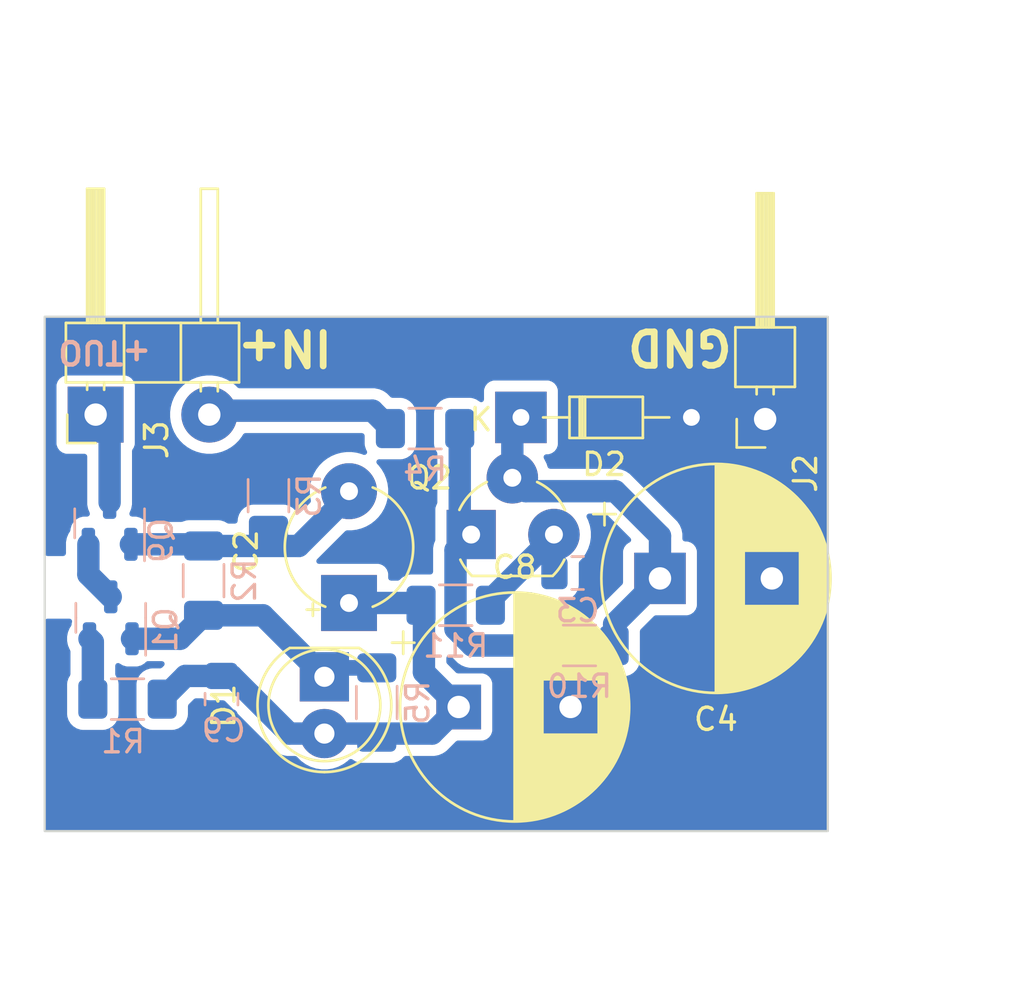
<source format=kicad_pcb>
(kicad_pcb (version 20241229) (generator "pcbnew") (generator_version "9.0")
  (layers (0 "F.Cu" signal) (2 "B.Cu" signal) (13 "F.Paste" user) (15 "B.Paste" user) (5 "F.SilkS" user "F.Silkscreen") (7 "B.SilkS" user "B.Silkscreen") (1 "F.Mask" user) (3 "B.Mask" user) (25 "Edge.Cuts" user))
  (net 0 "")
  (net 1 "Net-(D1-A)")
  (net 2 "Net-(Q9-B)")
  (net 3 "Net-(D2-K)")
  (net 4 "GND")
  (net 5 "Net-(D1-K)")
  (net 6 "Net-(Q1-E)")
  (net 7 "Net-(Q1-C)")
  (net 8 "Net-(Q2-E)")
  (net 9 "+38V")
  (net 10 "Net-(J3-Pin_1)")
  (net 11 "Net-(Q2-C)")
  (footprint "Diode_THT:D_DO-34_SOD68_P7.62mm_Horizontal" (layer "F.Cu") (at 185.285 94.5)
    (property "Reference" "D2" (at 3.715 2.1 0) (layer "F.SilkS"))
    (property "Value" "16V")
    (fp_text user "K" (at -1.785 0.1 0) (layer "F.SilkS"))
    (pad "1" thru_hole rect (at 0 0) (size 2.3 2.3) (drill 0.75) (layers "*.Cu" "*.Mask") (net 3 "Net-(D2-K)"))
    (pad "2" thru_hole oval (at 7.62 0) (size 2.3 2.3) (drill 0.75) (layers "*.Cu" "*.Mask") (net 4 "GND"))
  )
  (footprint "Connector_PinHeader_2.54mm:PinHeader_1x01_P2.54mm_Horizontal" (layer "F.Cu") (at 196.2 94.575 90)
    (property "Reference" "J2" (at -2.425 1.8 90) (layer "F.SilkS"))
    (property "Value" "Conn_01x01_Pin")
    (pad "1" thru_hole rect (at 0 0 90) (size 2.3 2.3) (drill 1) (layers "*.Cu" "*.Mask") (net 4 "GND"))
  )
  (footprint "Capacitor_THT:CP_Radial_D10.0mm_P5.00mm" (layer "F.Cu") (at 182.502323 107.45)
    (property "Reference" "C8" (at 2.5 -6.25 0) (layer "F.SilkS"))
    (property "Value" "470u/16V")
    (pad "1" thru_hole rect (at 0 0) (size 2 2) (drill 1) (layers "*.Cu" "*.Mask") (net 1 "Net-(D1-A)"))
    (pad "2" thru_hole circle (at 5 0) (size 2 2) (drill 1) (layers "*.Cu" "*.Mask") (net 4 "GND"))
  )
  (footprint "Capacitor_THT:CP_Radial_D10.0mm_P5.00mm" (layer "F.Cu") (at 191.5 101.7)
    (property "Reference" "C4" (at 2.5 6.3 0) (layer "F.SilkS"))
    (property "Value" "220u/16V")
    (pad "1" thru_hole rect (at 0 0) (size 2.3 2.3) (drill 1) (layers "*.Cu" "*.Mask") (net 3 "Net-(D2-K)"))
    (pad "2" thru_hole circle (at 5 0) (size 2.3 2.3) (drill 1) (layers "*.Cu" "*.Mask") (net 4 "GND"))
  )
  (footprint "Package_TO_SOT_THT:TO-92_Wide" (layer "F.Cu") (at 182.36 99.74)
    (property "Reference" "Q2" (at -1.16 -2.54 0) (layer "F.SilkS"))
    (property "Value" "BC238")
    (pad "1" thru_hole rect (at 0.7 0) (size 2.2 2.2) (drill 0.8) (layers "*.Cu" "*.Mask") (net 11 "Net-(Q2-C)"))
    (pad "2" thru_hole circle (at 2.54 -2.54) (size 2.3 2.3) (drill 0.8) (layers "*.Cu" "*.Mask") (net 3 "Net-(D2-K)"))
    (pad "3" thru_hole circle (at 4.4 0) (size 2.3 2.3) (drill 0.8) (layers "*.Cu" "*.Mask") (net 8 "Net-(Q2-E)"))
  )
  (footprint "LED_THT:LED_D5.0mm" (layer "F.Cu") (at 176.5 106.1 -90)
    (property "Reference" "D1" (at 1.3 4.5 90) (layer "F.SilkS"))
    (property "Value" "LED_Small")
    (pad "1" thru_hole rect (at 0 0 270) (size 2.2 2.2) (drill 0.9) (layers "*.Cu" "*.Mask") (net 5 "Net-(D1-K)"))
    (pad "2" thru_hole circle (at 2.54 0 270) (size 2.2 2.2) (drill 0.9) (layers "*.Cu" "*.Mask" "Dwgs.User") (net 1 "Net-(D1-A)"))
  )
  (footprint "Connector_PinHeader_2.54mm:PinHeader_1x03_P2.54mm_Horizontal" (layer "F.Cu") (at 166.275 94.375 90)
    (property "Reference" "J3" (at -1.125 2.725 90) (layer "F.SilkS"))
    (property "Value" "Conn_01x03_Pin")
    (pad "1" thru_hole rect (at 0 0 90) (size 2.5 2.5) (drill 1) (layers "*.Cu" "*.Mask") (net 10 "Net-(J3-Pin_1)"))
    (pad "3" thru_hole circle (at 0 5.08 90) (size 2.5 2.5) (drill 1) (layers "*.Cu" "*.Mask") (net 9 "+38V"))
  )
  (footprint "Capacitor_THT:CP_Radial_Tantal_D5.5mm_P5.00mm" (layer "F.Cu") (at 177.6 102.8 90)
    (property "Reference" "C2" (at 2.3 -4.6 90) (layer "F.SilkS"))
    (property "Value" "33u/25V")
    (pad "1" thru_hole rect (at 0 0 90) (size 2.5 2.5) (drill 0.8) (layers "*.Cu" "*.Mask") (net 1 "Net-(D1-A)"))
    (pad "2" thru_hole circle (at 5 0 90) (size 2.5 2.5) (drill 0.8) (layers "*.Cu" "*.Mask") (net 2 "Net-(Q9-B)"))
  )
  (footprint "Resistor_SMD:R_1206_3216Metric_Pad1.30x1.75mm_HandSolder" (layer "B.Cu") (at 178.84 107.25 90)
    (property "Reference" "R5" (at 0 1.83 90) (layer "B.SilkS") (effects (justify mirror)))
    (property "Value" "100k")
    (pad "1" smd roundrect (at -1.55 0 90) (size 1.3 1.75) (layers "B.Cu" "B.Mask" "B.Paste") (roundrect_rratio 0.192308) (net 1 "Net-(D1-A)"))
    (pad "2" smd roundrect (at 1.55 0 90) (size 1.3 1.75) (layers "B.Cu" "B.Mask" "B.Paste") (roundrect_rratio 0.192308) (net 5 "Net-(D1-K)"))
  )
  (footprint "Capacitor_SMD:C_0805_2012Metric_Pad1.18x1.45mm_HandSolder" (layer "B.Cu") (at 187.82 101.46)
    (property "Reference" "C3" (at 0 1.68 0) (layer "B.SilkS") (effects (justify mirror)))
    (property "Value" "100n")
    (pad "1" smd roundrect (at -1.0375 0) (size 1.175 1.45) (layers "B.Cu" "B.Mask" "B.Paste") (roundrect_rratio 0.212766) (net 8 "Net-(Q2-E)"))
    (pad "2" smd roundrect (at 1.0375 0) (size 1.175 1.45) (layers "B.Cu" "B.Mask" "B.Paste") (roundrect_rratio 0.212766) (net 4 "GND"))
  )
  (footprint "Resistor_SMD:R_1206_3216Metric_Pad1.30x1.75mm_HandSolder" (layer "B.Cu") (at 167.7 107.1 180)
    (property "Reference" "R1" (at 0.2 -1.9 0) (layer "B.SilkS") (effects (justify mirror)))
    (property "Value" "200")
    (pad "1" smd roundrect (at -1.55 0 180) (size 1.3 1.75) (layers "B.Cu" "B.Mask" "B.Paste") (roundrect_rratio 0.1923076923) (net 1 "Net-(D1-A)"))
    (pad "2" smd roundrect (at 1.55 0 180) (size 1.3 1.75) (layers "B.Cu" "B.Mask" "B.Paste") (roundrect_rratio 0.1923076923) (net 6 "Net-(Q1-E)"))
  )
  (footprint "Resistor_SMD:R_1206_3216Metric_Pad1.30x1.75mm_HandSolder" (layer "B.Cu") (at 174 98 90)
    (property "Reference" "R3" (at 0 1.82 90) (layer "B.SilkS") (effects (justify mirror)))
    (property "Value" "4k3")
    (pad "1" smd roundrect (at -1.55 0 90) (size 1.3 1.75) (layers "B.Cu" "B.Mask" "B.Paste") (roundrect_rratio 0.1923076923) (net 2 "Net-(Q9-B)"))
    (pad "2" smd roundrect (at 1.55 0 90) (size 1.3 1.75) (layers "B.Cu" "B.Mask" "B.Paste") (roundrect_rratio 0.1923076923) (net 4 "GND"))
  )
  (footprint "Package_TO_SOT_SMD:SOT-23" (layer "B.Cu") (at 166.95 103.4625 90)
    (property "Reference" "Q1" (at -0.5375 2.45 90) (layer "B.SilkS") (effects (justify mirror)))
    (property "Value" "BC858")
    (pad "1" smd roundrect (at -0.9375 0.95 90) (size 1.475 0.6) (layers "B.Cu" "B.Mask" "B.Paste") (net 5 "Net-(D1-K)"))
    (pad "2" smd roundrect (at -0.9375 -0.95 90) (size 1.475 0.6) (layers "B.Cu" "B.Mask" "B.Paste") (net 6 "Net-(Q1-E)"))
    (pad "3" smd roundrect (at 0.9375 0 90) (size 1.475 0.6) (layers "B.Cu" "B.Mask" "B.Paste") (net 7 "Net-(Q1-C)"))
  )
  (footprint "Resistor_SMD:R_1206_3216Metric_Pad1.30x1.75mm_HandSolder" (layer "B.Cu") (at 187.9 104.7)
    (property "Reference" "R10" (at 0 1.82 0) (layer "B.SilkS") (effects (justify mirror)))
    (property "Value" "2k2")
    (pad "1" smd roundrect (at -1.55 0) (size 1.3 1.75) (layers "B.Cu" "B.Mask" "B.Paste") (roundrect_rratio 0.1923076923) (net 11 "Net-(Q2-C)"))
    (pad "2" smd roundrect (at 1.55 0) (size 1.3 1.75) (layers "B.Cu" "B.Mask" "B.Paste") (roundrect_rratio 0.1923076923) (net 3 "Net-(D2-K)"))
  )
  (footprint "Package_TO_SOT_SMD:SOT-23" (layer "B.Cu") (at 166.9 99.2375 90)
    (property "Reference" "Q9" (at -0.7625 2.3 90) (layer "B.SilkS") (effects (justify mirror)))
    (property "Value" "BC858")
    (pad "1" smd roundrect (at -0.9375 0.95 90) (size 1.475 0.6) (layers "B.Cu" "B.Mask" "B.Paste") (net 2 "Net-(Q9-B)"))
    (pad "2" smd roundrect (at -0.9375 -0.95 90) (size 1.475 0.6) (layers "B.Cu" "B.Mask" "B.Paste") (net 7 "Net-(Q1-C)"))
    (pad "3" smd roundrect (at 0.9375 0 90) (size 1.475 0.6) (layers "B.Cu" "B.Mask" "B.Paste") (net 10 "Net-(J3-Pin_1)"))
  )
  (footprint "Resistor_SMD:R_1206_3216Metric_Pad1.30x1.75mm_HandSolder" (layer "B.Cu") (at 171.1 101.8 90)
    (property "Reference" "R2" (at 0 1.82 90) (layer "B.SilkS") (effects (justify mirror)))
    (property "Value" "470")
    (pad "1" smd roundrect (at -1.55 0 90) (size 1.3 1.75) (layers "B.Cu" "B.Mask" "B.Paste") (roundrect_rratio 0.1923076923) (net 5 "Net-(D1-K)"))
    (pad "2" smd roundrect (at 1.55 0 90) (size 1.3 1.75) (layers "B.Cu" "B.Mask" "B.Paste") (roundrect_rratio 0.1923076923) (net 2 "Net-(Q9-B)"))
  )
  (footprint "Resistor_SMD:R_1206_3216Metric_Pad1.30x1.75mm_HandSolder" (layer "B.Cu") (at 182.37 102.9)
    (property "Reference" "R11" (at 0 1.82 0) (layer "B.SilkS") (effects (justify mirror)))
    (property "Value" "10")
    (pad "1" smd roundrect (at -1.55 0) (size 1.3 1.75) (layers "B.Cu" "B.Mask" "B.Paste") (roundrect_rratio 0.1923076923) (net 1 "Net-(D1-A)"))
    (pad "2" smd roundrect (at 1.55 0) (size 1.3 1.75) (layers "B.Cu" "B.Mask" "B.Paste") (roundrect_rratio 0.1923076923) (net 8 "Net-(Q2-E)"))
  )
  (footprint "Resistor_SMD:R_1206_3216Metric_Pad1.30x1.75mm_HandSolder" (layer "B.Cu") (at 181 95)
    (property "Reference" "R4" (at 0 1.82 0) (layer "B.SilkS") (effects (justify mirror)))
    (property "Value" "560")
    (pad "1" smd roundrect (at -1.55 0) (size 1.3 1.75) (layers "B.Cu" "B.Mask" "B.Paste") (roundrect_rratio 0.1923076923) (net 9 "+38V"))
    (pad "2" smd roundrect (at 1.55 0) (size 1.3 1.75) (layers "B.Cu" "B.Mask" "B.Paste") (roundrect_rratio 0.1923076923) (net 11 "Net-(Q2-C)"))
  )
  (footprint "Capacitor_SMD:C_0805_2012Metric_Pad1.18x1.45mm_HandSolder" (layer "B.Cu") (at 171.9 107.1 -90)
    (property "Reference" "C9" (at 1.4 -0.1 180) (layer "B.SilkS") (effects (justify mirror)))
    (property "Value" "100n")
    (pad "1" smd roundrect (at -1.0375 0 270) (size 1.175 1.45) (layers "B.Cu" "B.Mask" "B.Paste") (roundrect_rratio 0.2127659574) (net 1 "Net-(D1-A)"))
    (pad "2" smd roundrect (at 1.0375 0 270) (size 1.175 1.45) (layers "B.Cu" "B.Mask" "B.Paste") (roundrect_rratio 0.2127659574) (net 4 "GND"))
  )
  (gr_rect (start 164 90) (end 199 113) (stroke (width 0.1)) (fill no) (layer "Edge.Cuts"))
  (gr_text "GND" (at 194.87 90.475 180) (layer "F.SilkS") (effects (font (size 1.5 1.5) (thickness 0.3) (bold yes)) (justify left bottom)))
  (gr_text "IN+" (at 177 90.5 180) (layer "F.SilkS") (effects (font (size 1.5 1.5) (thickness 0.3) (bold yes)) (justify left bottom)))
  (gr_text "OUT+" (at 164.5 91 180) (layer "B.SilkS") (effects (font (size 1 1) (thickness 0.2) (bold yes)) (justify left bottom mirror)))
  (segment (start 182.502323 107.45) (end 180.95 105.897677) (width 1) (layer "B.Cu") (net 1))
  (segment (start 172.3525 106.0625) (end 171.9 106.0625) (width 1) (layer "B.Cu") (net 1))
  (segment (start 180.95 105.897677) (end 180.95 102.8) (width 1) (layer "B.Cu") (net 1))
  (segment (start 181.312323 108.64) (end 182.502323 107.45) (width 1) (layer "B.Cu") (net 1))
  (segment (start 176.5 108.64) (end 174.93 108.64) (width 1) (layer "B.Cu") (net 1))
  (segment (start 180.95 102.8) (end 177.6 102.8) (width 1) (layer "B.Cu") (net 1))
  (segment (start 174.93 108.64) (end 172.3525 106.0625) (width 1) (layer "B.Cu") (net 1))
  (segment (start 170.2875 106.0625) (end 171.9 106.0625) (width 1) (layer "B.Cu") (net 1))
  (segment (start 176.5 108.64) (end 181.312323 108.64) (width 1) (layer "B.Cu") (net 1))
  (segment (start 169.25 107.1) (end 170.2875 106.0625) (width 1) (layer "B.Cu") (net 1))
  (segment (start 177.6 97.8) (end 177.6 98) (width 1) (layer "B.Cu") (net 2))
  (segment (start 175.35 100.25) (end 171.1 100.25) (width 1) (layer "B.Cu") (net 2))
  (segment (start 167.85 100.175) (end 171.025 100.175) (width 1) (layer "B.Cu") (net 2))
  (segment (start 177.6 98) (end 175.35 100.25) (width 1) (layer "B.Cu") (net 2))
  (segment (start 171.025 100.175) (end 171.1 100.25) (width 1) (layer "B.Cu") (net 2))
  (segment (start 189.45 103.75) (end 191.5 101.7) (width 1) (layer "B.Cu") (net 3))
  (segment (start 184.9 97.2) (end 184.9 94.885) (width 1) (layer "B.Cu") (net 3))
  (segment (start 189.45 104.7) (end 189.45 103.75) (width 1) (layer "B.Cu") (net 3))
  (segment (start 191.5 99.8) (end 191.5 101.7) (width 1) (layer "B.Cu") (net 3))
  (segment (start 184.9 94.885) (end 185.285 94.5) (width 1) (layer "B.Cu") (net 3))
  (segment (start 189.5 97.8) (end 191.5 99.8) (width 1) (layer "B.Cu") (net 3))
  (segment (start 184.9 97.2) (end 185.5 97.8) (width 1) (layer "B.Cu") (net 3))
  (segment (start 185.5 97.8) (end 189.5 97.8) (width 1) (layer "B.Cu") (net 3))
  (segment (start 178.84 105.7) (end 176.9 105.7) (width 0.7) (layer "B.Cu") (net 5))
  (segment (start 176.9 105.7) (end 176.5 106.1) (width 0.7) (layer "B.Cu") (net 5))
  (segment (start 176.5 106.1) (end 173.75 103.35) (width 1) (layer "B.Cu") (net 5))
  (segment (start 173.75 103.35) (end 171.1 103.35) (width 1) (layer "B.Cu") (net 5))
  (segment (start 167.9 104.4) (end 170.05 104.4) (width 1) (layer "B.Cu") (net 5))
  (segment (start 170.05 104.4) (end 171.1 103.35) (width 1) (layer "B.Cu") (net 5))
  (segment (start 166.15 104.55) (end 166 104.4) (width 1) (layer "B.Cu") (net 6))
  (segment (start 166.15 107.1) (end 166.15 104.55) (width 1) (layer "B.Cu") (net 6))
  (segment (start 165.95 100.175) (end 165.95 101.525) (width 1) (layer "B.Cu") (net 7))
  (segment (start 165.95 101.525) (end 166.95 102.525) (width 1) (layer "B.Cu") (net 7))
  (segment (start 184.05 102.53) (end 186.76 99.82) (width 1) (layer "B.Cu") (net 8))
  (segment (start 186.76 99.82) (end 186.76 99.74) (width 1) (layer "B.Cu") (net 8))
  (segment (start 184.05 102.8) (end 184.05 102.53) (width 1) (layer "B.Cu") (net 8))
  (segment (start 178.65 94.2) (end 179.45 95) (width 1) (layer "B.Cu") (net 9))
  (segment (start 171.355 94.375) (end 171.53 94.2) (width 1) (layer "B.Cu") (net 9))
  (segment (start 171.53 94.2) (end 178.65 94.2) (width 1) (layer "B.Cu") (net 9))
  (segment (start 166.9 95) (end 166.275 94.375) (width 1) (layer "B.Cu") (net 10))
  (segment (start 166.9 98.3) (end 166.9 95) (width 1) (layer "B.Cu") (net 10))
  (segment (start 183.06 99.74) (end 182.36 100.44) (width 1) (layer "B.Cu") (net 11))
  (segment (start 182.36 103.96) (end 183.1 104.7) (width 1) (layer "B.Cu") (net 11))
  (segment (start 183.1 104.7) (end 186.35 104.7) (width 1) (layer "B.Cu") (net 11))
  (segment (start 182.36 100.44) (end 182.36 103.96) (width 1) (layer "B.Cu") (net 11))
  (segment (start 182.55 99.23) (end 183.06 99.74) (width 1) (layer "B.Cu") (net 11))
  (segment (start 182.55 95) (end 182.55 99.23) (width 1) (layer "B.Cu") (net 11))
  (zone (net 0) (net_name "") (layer "B.Cu") (connect_pads (clearance 0)) (min_thickness 0.25)
    (keepout (tracks allowed) (vias allowed) (pads allowed) (copperpour not_allowed) (footprints allowed))
    (fill (thermal_gap 0.5) (thermal_bridge_width 0.5))
    (polygon (pts (xy 164 100.7) (xy 165.3 100.7) (xy 165.3 103.5) (xy 164 103.5)))
  )
  (zone (net 4) (net_name "GND") (layer "B.Cu") (connect_pads yes (clearance 0.5)) (min_thickness 0.25) (fill yes (thermal_gap 0.5) (thermal_bridge_width 0.5) (smoothing chamfer))
    (polygon (pts (xy 162 89) (xy 200 89) (xy 200 114) (xy 162 114)))
  )
)
</source>
